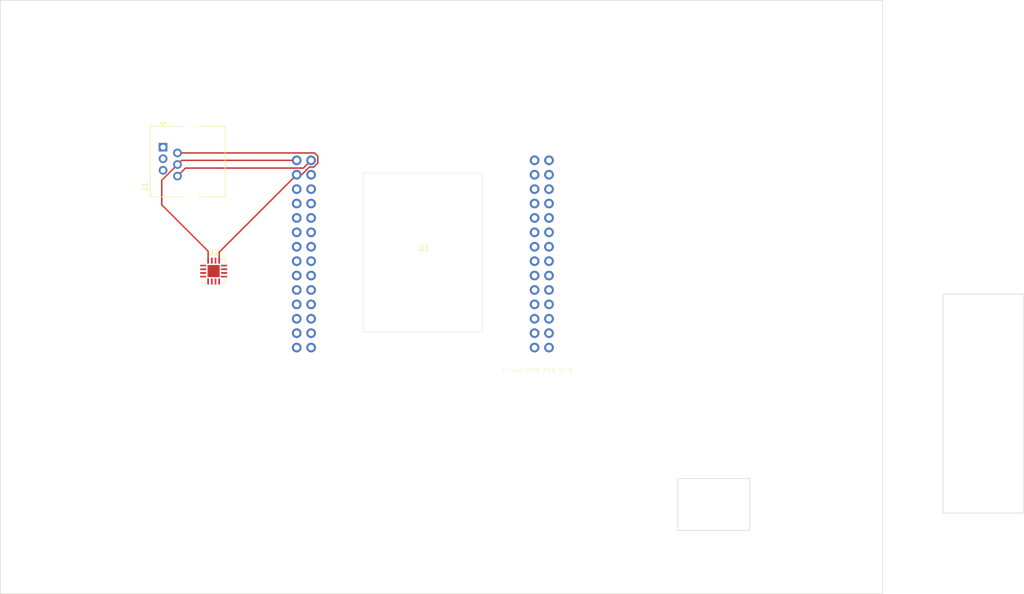
<source format=kicad_pcb>
(kicad_pcb (version 20211014) (generator pcbnew)
  (layers (0 "F.Cu" signal) (31 "B.Cu" signal) (34 "B.Paste" user) (35 "F.Paste" user) (36 "B.SilkS" user "B.Silkscreen") (37 "F.SilkS" user "F.Silkscreen") (38 "B.Mask" user) (39 "F.Mask" user) (44 "Edge.Cuts" user))
  (net 0 "")
  (net 2 "Net-(J1-Pad2)")
  (net 4 "Net-(J1-Pad4)")
  (net 6 "Net-(J1-Pad6)")
  (footprint "h-ALO:h-ALO-sensor" (layer "F.Cu") (at 135.128 94.996)
    (fp_text reference "U1" (at 0 -0.5 unlocked) (layer "F.SilkS"))
    (fp_text value "h-ALO-sensor")
    (fp_text user "h-ALO OPM PCB V1.0" (at 13.75 21.55) (layer "F.SilkS") (effects (font (size 0.747776 0.747776) (thickness 0.065024)) (justify left bottom)))
    (fp_line (start -10.75 -13.75) (end -10.75 14.25) (layer "Edge.Cuts") (width 0.05))
    (fp_line (start -10.75 -13.75) (end 10.25 -13.75) (layer "Edge.Cuts") (width 0.05))
    (fp_line (start 10.25 -13.75) (end 10.25 14.25) (layer "Edge.Cuts") (width 0.05))
    (fp_line (start -10.75 14.25) (end 10.25 14.25) (layer "Edge.Cuts") (width 0.05))
    (pad "" thru_hole oval (at 19.46 -3.275) (size 1.7 1.7) (drill 1) (layers *.Cu *.Mask))
    (pad "" thru_hole oval (at -22.45 17.045) (size 1.7 1.7) (drill 1) (layers *.Cu *.Mask))
    (pad "" thru_hole oval (at -19.91 -8.355) (size 1.7 1.7) (drill 1) (layers *.Cu *.Mask))
    (pad "" thru_hole oval (at 19.46 -13.435) (size 1.7 1.7) (drill 1) (layers *.Cu *.Mask))
    (pad "" thru_hole oval (at 22 -13.435) (size 1.7 1.7) (drill 1) (layers *.Cu *.Mask))
    (pad "" thru_hole oval (at -22.45 -10.895) (size 1.7 1.7) (drill 1) (layers *.Cu *.Mask))
    (pad "" thru_hole oval (at 19.46 6.885) (size 1.7 1.7) (drill 1) (layers *.Cu *.Mask))
    (pad "" thru_hole oval (at -19.91 11.965) (size 1.7 1.7) (drill 1) (layers *.Cu *.Mask))
    (pad "" thru_hole oval (at -19.91 1.805) (size 1.7 1.7) (drill 1) (layers *.Cu *.Mask))
    (pad "" thru_hole oval (at 19.46 -0.735) (size 1.7 1.7) (drill 1) (layers *.Cu *.Mask))
    (pad "" thru_hole oval (at 19.46 -15.975) (size 1.7 1.7) (drill 1) (layers *.Cu *.Mask))
    (pad "" thru_hole oval (at -22.45 4.345) (size 1.7 1.7) (drill 1) (layers *.Cu *.Mask))
    (pad "" thru_hole oval (at 22 -8.355) (size 1.7 1.7) (drill 1) (layers *.Cu *.Mask))
    (pad "" thru_hole oval (at 22 14.505) (size 1.7 1.7) (drill 1) (layers *.Cu *.Mask))
    (pad "" thru_hole oval (at -22.45 -8.355) (size 1.7 1.7) (drill 1) (layers *.Cu *.Mask))
    (pad "" thru_hole oval (at -22.45 -0.735) (size 1.7 1.7) (drill 1) (layers *.Cu *.Mask))
    (pad "" thru_hole oval (at 22 11.965) (size 1.7 1.7) (drill 1) (layers *.Cu *.Mask))
    (pad "" thru_hole oval (at 22 -5.815) (size 1.7 1.7) (drill 1) (layers *.Cu *.Mask))
    (pad "" thru_hole oval (at -19.91 14.505) (size 1.7 1.7) (drill 1) (layers *.Cu *.Mask))
    (pad "" thru_hole oval (at 22 4.345) (size 1.7 1.7) (drill 1) (layers *.Cu *.Mask))
    (pad "" thru_hole oval (at 19.46 -8.355) (size 1.7 1.7) (drill 1) (layers *.Cu *.Mask))
    (pad "" thru_hole oval (at 22 6.885) (size 1.7 1.7) (drill 1) (layers *.Cu *.Mask))
    (pad "" thru_hole oval (at 22 -10.895) (size 1.7 1.7) (drill 1) (layers *.Cu *.Mask))
    (pad "" thru_hole oval (at -19.91 -0.735) (size 1.7 1.7) (drill 1) (layers *.Cu *.Mask))
    (pad "" thru_hole oval (at 22 9.425) (size 1.7 1.7) (drill 1) (layers *.Cu *.Mask))
    (pad "" thru_hole oval (at 19.46 4.345) (size 1.7 1.7) (drill 1) (layers *.Cu *.Mask))
    (pad "" thru_hole oval (at -19.91 9.425) (size 1.7 1.7) (drill 1) (layers *.Cu *.Mask))
    (pad "" thru_hole oval (at 19.46 11.965) (size 1.7 1.7) (drill 1) (layers *.Cu *.Mask))
    (pad "" thru_hole oval (at 19.46 1.805) (size 1.7 1.7) (drill 1) (layers *.Cu *.Mask))
    (pad "" thru_hole oval (at -22.45 6.885) (size 1.7 1.7) (drill 1) (layers *.Cu *.Mask))
    (pad "" thru_hole oval (at 22 -3.275) (size 1.7 1.7) (drill 1) (layers *.Cu *.Mask))
    (pad "" thru_hole oval (at 19.46 17.045) (size 1.7 1.7) (drill 1) (layers *.Cu *.Mask))
    (pad "" thru_hole oval (at 19.46 14.505) (size 1.7 1.7) (drill 1) (layers *.Cu *.Mask))
    (pad "" thru_hole oval (at 19.46 -10.895) (size 1.7 1.7) (drill 1) (layers *.Cu *.Mask))
    (pad "" thru_hole oval (at -19.91 6.885) (size 1.7 1.7) (drill 1) (layers *.Cu *.Mask))
    (pad "" thru_hole oval (at 22 17.045) (size 1.7 1.7) (drill 1) (layers *.Cu *.Mask))
    (pad "" thru_hole oval (at 22 -15.975) (size 1.7 1.7) (drill 1) (layers *.Cu *.Mask))
    (pad "" thru_hole oval (at -19.91 -5.815) (size 1.7 1.7) (drill 1) (layers *.Cu *.Mask))
    (pad "" thru_hole oval (at -22.45 1.805) (size 1.7 1.7) (drill 1) (layers *.Cu *.Mask))
    (pad "" thru_hole oval (at 22 1.805) (size 1.7 1.7) (drill 1) (layers *.Cu *.Mask))
    (pad "" thru_hole oval (at -19.91 -10.895) (size 1.7 1.7) (drill 1) (layers *.Cu *.Mask))
    (pad "" thru_hole oval (at -22.45 -5.815) (size 1.7 1.7) (drill 1) (layers *.Cu *.Mask))
    (pad "" thru_hole oval (at 22 -0.735) (size 1.7 1.7) (drill 1) (layers *.Cu *.Mask))
    (pad "" thru_hole oval (at -22.45 9.425) (size 1.7 1.7) (drill 1) (layers *.Cu *.Mask))
    (pad "" thru_hole oval (at -19.91 -3.275) (size 1.7 1.7) (drill 1) (layers *.Cu *.Mask))
    (pad "" thru_hole oval (at 19.46 9.425) (size 1.7 1.7) (drill 1) (layers *.Cu *.Mask))
    (pad "" thru_hole oval (at -22.45 11.965) (size 1.7 1.7) (drill 1) (layers *.Cu *.Mask))
    (pad "" thru_hole oval (at -22.45 -3.275) (size 1.7 1.7) (drill 1) (layers *.Cu *.Mask))
    (pad "" thru_hole oval (at -19.91 4.345) (size 1.7 1.7) (drill 1) (layers *.Cu *.Mask))
    (pad "" thru_hole oval (at 19.46 -5.815) (size 1.7 1.7) (drill 1) (layers *.Cu *.Mask))
    (pad "" thru_hole oval (at -22.45 14.505) (size 1.7 1.7) (drill 1) (layers *.Cu *.Mask))
    (pad "" thru_hole oval (at -19.91 17.045) (size 1.7 1.7) (drill 1) (layers *.Cu *.Mask))
    (pad "" thru_hole oval (at -19.91 -13.435) (size 1.7 1.7) (drill 1) (layers *.Cu *.Mask))
    (pad "1" thru_hole oval (at -19.91 -15.975) (size 1.7 1.7) (drill 1) (layers *.Cu *.Mask) (net 6 "Net-(J1-Pad6)"))
    (pad "2" thru_hole oval (at -22.45 -15.975) (size 1.7 1.7) (drill 1) (layers *.Cu *.Mask) (net 4 "Net-(J1-Pad4)"))
    (pad "3" thru_hole oval (at -22.45 -13.435) (size 1.7 1.7) (drill 1) (layers *.Cu *.Mask) (net 2 "Net-(J1-Pad2)"))
  )
  (footprint "Connector_RJ:RJ25_Wayconn_MJEA-660X1_Horizontal" (layer "F.Cu") (at 89.132 76.698 90)
    (fp_text reference "J1" (at -6.985 -3.175 90) (layer "F.SilkS"))
    (fp_text value "6P6C")
    (fp_line (start -8.76 6.22) (end -8.76 10.95) (layer "F.SilkS") (width 0.12))
    (fp_line (start -8.76 -2.27) (end 3.66 -2.27) (layer "F.SilkS") (width 0.12))
    (fp_line (start 3.82 0) (end 4.32 0.5) (layer "F.SilkS") (width 0.12))
    (fp_line (start 4.32 -0.5) (end 4.32 0.5) (layer "F.SilkS") (width 0.12))
    (fp_line (start 4.32 -0.5) (end 3.82 0) (layer "F.SilkS") (width 0.12))
    (fp_line (start -8.76 10.95) (end 3.66 10.95) (layer "F.SilkS") (width 0.12))
    (fp_line (start -8.76 -2.27) (end -8.76 3.47) (layer "F.SilkS") (width 0.12))
    (fp_line (start 3.66 6.22) (end 3.66 10.95) (layer "F.SilkS") (width 0.12))
    (fp_line (start 3.66 -2.27) (end 3.66 3.47) (layer "F.SilkS") (width 0.12))
    (pad "" np_thru_hole circle (at 3.45 4.84 90) (size 2.3 2.3) (drill 2.3) (layers *.Cu *.Mask))
    (pad "" np_thru_hole circle (at -8.55 4.84 90) (size 2.3 2.3) (drill 2.3) (layers *.Cu *.Mask))
    (pad "1" thru_hole rect (at 0 0 90) (size 1.52 1.52) (drill 0.9) (layers *.Cu *.Mask))
    (pad "2" thru_hole circle (at -1.02 2.54 90) (size 1.52 1.52) (drill 0.9) (layers *.Cu *.Mask) (net 2 "Net-(J1-Pad2)"))
    (pad "3" thru_hole circle (at -2.04 0 90) (size 1.52 1.52) (drill 0.9) (layers *.Cu *.Mask))
    (pad "4" thru_hole circle (at -3.06 2.54 90) (size 1.52 1.52) (drill 0.9) (layers *.Cu *.Mask) (net 4 "Net-(J1-Pad4)"))
    (pad "5" thru_hole circle (at -4.08 0 90) (size 1.52 1.52) (drill 0.9) (layers *.Cu *.Mask))
    (pad "6" thru_hole circle (at -5.1 2.54 90) (size 1.52 1.52) (drill 0.9) (layers *.Cu *.Mask) (net 6 "Net-(J1-Pad6)"))
  )
  (footprint "Package_DFN_QFN:QFN-16-1EP_4x4mm_P0.65mm_EP2.15x2.15mm" (layer "F.Cu") (at 98.044 98.552)
    (fp_text reference "U2" (at 0 -3.32) (layer "F.SilkS"))
    (fp_text value "LOG114AIRGVR")
    (fp_line (start -1.385 2.11) (end -2.11 2.11) (layer "F.SilkS") (width 0.12))
    (fp_line (start -1.385 -2.11) (end -2.11 -2.11) (layer "F.SilkS") (width 0.12))
    (fp_line (start 1.385 2.11) (end 2.11 2.11) (layer "F.SilkS") (width 0.12))
    (fp_line (start 2.11 -2.11) (end 2.11 -1.385) (layer "F.SilkS") (width 0.12))
    (fp_line (start 1.385 -2.11) (end 2.11 -2.11) (layer "F.SilkS") (width 0.12))
    (fp_line (start -2.11 2.11) (end -2.11 1.385) (layer "F.SilkS") (width 0.12))
    (fp_line (start 2.11 2.11) (end 2.11 1.385) (layer "F.SilkS") (width 0.12))
    (pad "1" smd roundrect (at -1.8375 -0.975) (size 1.075 0.3) (layers "F.Cu" "F.Paste" "F.Mask"))
    (pad "2" smd roundrect (at -1.8375 -0.325) (size 1.075 0.3) (layers "F.Cu" "F.Paste" "F.Mask"))
    (pad "3" smd roundrect (at -1.8375 0.325) (size 1.075 0.3) (layers "F.Cu" "F.Paste" "F.Mask"))
    (pad "4" smd roundrect (at -1.8375 0.975) (size 1.075 0.3) (layers "F.Cu" "F.Paste" "F.Mask"))
    (pad "5" smd roundrect (at -0.975 1.8375) (size 0.3 1.075) (layers "F.Cu" "F.Paste" "F.Mask"))
    (pad "6" smd roundrect (at -0.325 1.8375) (size 0.3 1.075) (layers "F.Cu" "F.Paste" "F.Mask"))
    (pad "7" smd roundrect (at 0.325 1.8375) (size 0.3 1.075) (layers "F.Cu" "F.Paste" "F.Mask"))
    (pad "8" smd roundrect (at 0.975 1.8375) (size 0.3 1.075) (layers "F.Cu" "F.Paste" "F.Mask"))
    (pad "9" smd roundrect (at 1.8375 0.975) (size 1.075 0.3) (layers "F.Cu" "F.Paste" "F.Mask"))
    (pad "10" smd roundrect (at 1.8375 0.325) (size 1.075 0.3) (layers "F.Cu" "F.Paste" "F.Mask"))
    (pad "11" smd roundrect (at 1.8375 -0.325) (size 1.075 0.3) (layers "F.Cu" "F.Paste" "F.Mask"))
    (pad "12" smd roundrect (at 1.8375 -0.975) (size 1.075 0.3) (layers "F.Cu" "F.Paste" "F.Mask"))
    (pad "13" smd roundrect (at 0.975 -1.8375) (size 0.3 1.075) (layers "F.Cu" "F.Paste" "F.Mask") (net 2 "Net-(J1-Pad2)"))
    (pad "14" smd roundrect (at 0.325 -1.8375) (size 0.3 1.075) (layers "F.Cu" "F.Paste" "F.Mask"))
    (pad "15" smd roundrect (at -0.325 -1.8375) (size 0.3 1.075) (layers "F.Cu" "F.Paste" "F.Mask"))
    (pad "16" smd roundrect (at -0.975 -1.8375) (size 0.3 1.075) (layers "F.Cu" "F.Paste" "F.Mask") (net 4 "Net-(J1-Pad4)"))
    (pad "17" smd rect (at 0 0) (size 2.15 2.15) (layers "F.Cu" "F.Mask"))
  )
  (gr_rect (start 179.832 135.128) (end 192.532 144.272) (layer "Edge.Cuts") (width 0.1) (fill none))
  (gr_rect (start 240.792 141.224) (end 226.568 102.616) (layer "Edge.Cuts") (width 0.1) (fill none))
  (gr_rect (start 60.452 50.8) (end 215.9 155.448) (layer "Edge.Cuts") (width 0.1) (fill none))
  (segment (start 112.678 81.561) (end 113.556299 81.561) (width 0.25) (layer "F.Cu") (net 2))
  (segment (start 113.556299 81.561) (end 114.921299 80.196) (width 0.25) (layer "F.Cu") (net 2))
  (segment (start 114.921299 80.196) (end 115.704701 80.196) (width 0.25) (layer "F.Cu") (net 2))
  (segment (start 115.818 77.718) (end 91.672 77.718) (width 0.25) (layer "F.Cu") (net 2))
  (segment (start 116.393 79.507701) (end 116.393 78.293) (width 0.25) (layer "F.Cu") (net 2))
  (segment (start 115.704701 80.196) (end 116.393 79.507701) (width 0.25) (layer "F.Cu") (net 2))
  (segment (start 99.019 95.22) (end 112.678 81.561) (width 0.25) (layer "F.Cu") (net 2))
  (segment (start 99.019 96.184) (end 99.019 95.22) (width 0.25) (layer "F.Cu") (net 2))
  (segment (start 116.393 78.293) (end 115.818 77.718) (width 0.25) (layer "F.Cu") (net 2))
  (segment (start 97.069 95.037) (end 88.9 86.868) (width 0.25) (layer "F.Cu") (net 4))
  (segment (start 97.069 96.184) (end 97.069 95.037) (width 0.25) (layer "F.Cu") (net 4))
  (segment (start 112.678 79.021) (end 92.409 79.021) (width 0.25) (layer "F.Cu") (net 4))
  (segment (start 92.409 79.021) (end 91.672 79.758) (width 0.25) (layer "F.Cu") (net 4))
  (segment (start 88.9 82.544422) (end 91.672 79.772422) (width 0.25) (layer "F.Cu") (net 4))
  (segment (start 91.672 79.772422) (end 91.672 79.758) (width 0.25) (layer "F.Cu") (net 4))
  (segment (start 88.9 86.868) (end 88.9 82.544422) (width 0.25) (layer "F.Cu") (net 4))
  (segment (start 93.084 80.386) (end 91.672 81.798) (width 0.25) (layer "F.Cu") (net 6))
  (segment (start 113.853 80.386) (end 93.084 80.386) (width 0.25) (layer "F.Cu") (net 6))
  (segment (start 115.218 79.021) (end 113.853 80.386) (width 0.25) (layer "F.Cu") (net 6))
)
</source>
